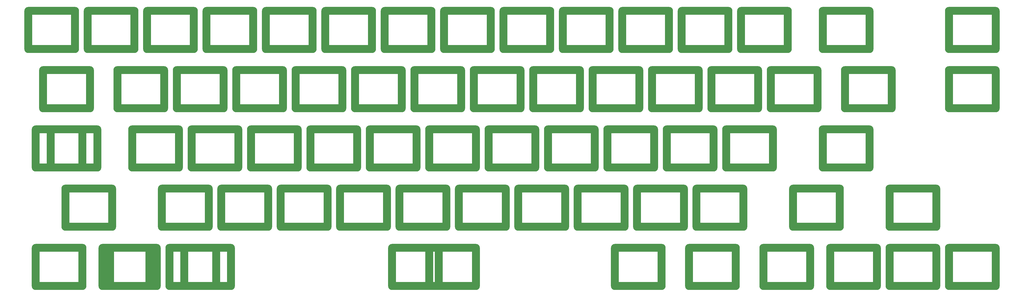
<source format=gbl>
G04 #@! TF.GenerationSoftware,KiCad,Pcbnew,(5.1.12)-1*
G04 #@! TF.CreationDate,2021-12-15T02:21:53-05:00*
G04 #@! TF.ProjectId,fc660a_plate,66633636-3061-45f7-906c-6174652e6b69,rev?*
G04 #@! TF.SameCoordinates,Original*
G04 #@! TF.FileFunction,Copper,L2,Bot*
G04 #@! TF.FilePolarity,Positive*
%FSLAX46Y46*%
G04 Gerber Fmt 4.6, Leading zero omitted, Abs format (unit mm)*
G04 Created by KiCad (PCBNEW (5.1.12)-1) date 2021-12-15 02:21:53*
%MOMM*%
%LPD*%
G01*
G04 APERTURE LIST*
G04 #@! TA.AperFunction,ComponentPad*
%ADD10O,17.500000X2.500000*%
G04 #@! TD*
G04 #@! TA.AperFunction,ComponentPad*
%ADD11O,2.500000X14.800000*%
G04 #@! TD*
G04 APERTURE END LIST*
D10*
X292893750Y-44250000D03*
X292893750Y-31950000D03*
D11*
X285393750Y-38100000D03*
X300393750Y-38100000D03*
X275868750Y-95250000D03*
X290868750Y-95250000D03*
D10*
X283368750Y-101400000D03*
X283368750Y-89100000D03*
D11*
X285393750Y-76200000D03*
X300393750Y-76200000D03*
D10*
X292893750Y-82350000D03*
X292893750Y-70050000D03*
D11*
X42506250Y-95250000D03*
X57506250Y-95250000D03*
D10*
X50006250Y-101400000D03*
X50006250Y-89100000D03*
X38100000Y-31950000D03*
X38100000Y-44250000D03*
D11*
X45600000Y-38100000D03*
X30600000Y-38100000D03*
D10*
X252412500Y-89100000D03*
X252412500Y-101400000D03*
D11*
X259912500Y-95250000D03*
X244912500Y-95250000D03*
D10*
X242887500Y-70050000D03*
X242887500Y-82350000D03*
D11*
X250387500Y-76200000D03*
X235387500Y-76200000D03*
D10*
X261937500Y-70050000D03*
X261937500Y-82350000D03*
D11*
X269437500Y-76200000D03*
X254437500Y-76200000D03*
D10*
X300037500Y-51000000D03*
X300037500Y-63300000D03*
D11*
X307537500Y-57150000D03*
X292537500Y-57150000D03*
D10*
X276225000Y-51000000D03*
X276225000Y-63300000D03*
D11*
X283725000Y-57150000D03*
X268725000Y-57150000D03*
D10*
X333375000Y-31950000D03*
X333375000Y-44250000D03*
D11*
X340875000Y-38100000D03*
X325875000Y-38100000D03*
D10*
X88106250Y-108150000D03*
X88106250Y-120450000D03*
D11*
X95606250Y-114300000D03*
X80606250Y-114300000D03*
D10*
X83343750Y-108150000D03*
X83343750Y-120450000D03*
D11*
X90843750Y-114300000D03*
X75843750Y-114300000D03*
D10*
X64293750Y-108150000D03*
X64293750Y-120450000D03*
D11*
X71793750Y-114300000D03*
X56793750Y-114300000D03*
D10*
X61912500Y-108150000D03*
X61912500Y-120450000D03*
D11*
X69412500Y-114300000D03*
X54412500Y-114300000D03*
D10*
X45243750Y-70050000D03*
X45243750Y-82350000D03*
D11*
X52743750Y-76200000D03*
X37743750Y-76200000D03*
D10*
X40481250Y-70050000D03*
X40481250Y-82350000D03*
D11*
X47981250Y-76200000D03*
X32981250Y-76200000D03*
D10*
X40481250Y-108150000D03*
X40481250Y-120450000D03*
D11*
X47981250Y-114300000D03*
X32981250Y-114300000D03*
D10*
X42862500Y-51000000D03*
X42862500Y-63300000D03*
D11*
X50362500Y-57150000D03*
X35362500Y-57150000D03*
D10*
X223837500Y-70050000D03*
X223837500Y-82350000D03*
D11*
X231337500Y-76200000D03*
X216337500Y-76200000D03*
D10*
X128587500Y-70050000D03*
X128587500Y-82350000D03*
D11*
X136087500Y-76200000D03*
X121087500Y-76200000D03*
D10*
X147637500Y-70050000D03*
X147637500Y-82350000D03*
D11*
X155137500Y-76200000D03*
X140137500Y-76200000D03*
D10*
X166687500Y-108150000D03*
X166687500Y-120450000D03*
D11*
X174187500Y-114300000D03*
X159187500Y-114300000D03*
D10*
X154781250Y-108150000D03*
X154781250Y-120450000D03*
D11*
X162281250Y-114300000D03*
X147281250Y-114300000D03*
D10*
X226218750Y-108150000D03*
X226218750Y-120450000D03*
D11*
X233718750Y-114300000D03*
X218718750Y-114300000D03*
D10*
X250031250Y-108150000D03*
X250031250Y-120450000D03*
D11*
X257531250Y-114300000D03*
X242531250Y-114300000D03*
D10*
X273843750Y-108150000D03*
X273843750Y-120450000D03*
D11*
X281343750Y-114300000D03*
X266343750Y-114300000D03*
D10*
X314325000Y-89100000D03*
X314325000Y-101400000D03*
D11*
X321825000Y-95250000D03*
X306825000Y-95250000D03*
D10*
X190500000Y-31950000D03*
X190500000Y-44250000D03*
D11*
X198000000Y-38100000D03*
X183000000Y-38100000D03*
D10*
X333375000Y-108150000D03*
X333375000Y-120450000D03*
D11*
X340875000Y-114300000D03*
X325875000Y-114300000D03*
D10*
X295275000Y-108150000D03*
X295275000Y-120450000D03*
D11*
X302775000Y-114300000D03*
X287775000Y-114300000D03*
D10*
X314325000Y-108150000D03*
X314325000Y-120450000D03*
D11*
X321825000Y-114300000D03*
X306825000Y-114300000D03*
D10*
X233362500Y-89100000D03*
X233362500Y-101400000D03*
D11*
X240862500Y-95250000D03*
X225862500Y-95250000D03*
D10*
X195262500Y-89100000D03*
X195262500Y-101400000D03*
D11*
X202762500Y-95250000D03*
X187762500Y-95250000D03*
D10*
X214312500Y-89100000D03*
X214312500Y-101400000D03*
D11*
X221812500Y-95250000D03*
X206812500Y-95250000D03*
D10*
X176212500Y-89100000D03*
X176212500Y-101400000D03*
D11*
X183712500Y-95250000D03*
X168712500Y-95250000D03*
D10*
X138112500Y-89100000D03*
X138112500Y-101400000D03*
D11*
X145612500Y-95250000D03*
X130612500Y-95250000D03*
D10*
X157162500Y-89100000D03*
X157162500Y-101400000D03*
D11*
X164662500Y-95250000D03*
X149662500Y-95250000D03*
D10*
X119062500Y-89100000D03*
X119062500Y-101400000D03*
D11*
X126562500Y-95250000D03*
X111562500Y-95250000D03*
D10*
X80962500Y-89100000D03*
X80962500Y-101400000D03*
D11*
X88462500Y-95250000D03*
X73462500Y-95250000D03*
D10*
X100012500Y-89100000D03*
X100012500Y-101400000D03*
D11*
X107512500Y-95250000D03*
X92512500Y-95250000D03*
D10*
X204787500Y-70050000D03*
X204787500Y-82350000D03*
D11*
X212287500Y-76200000D03*
X197287500Y-76200000D03*
D10*
X166687500Y-70050000D03*
X166687500Y-82350000D03*
D11*
X174187500Y-76200000D03*
X159187500Y-76200000D03*
D10*
X185737500Y-70050000D03*
X185737500Y-82350000D03*
D11*
X193237500Y-76200000D03*
X178237500Y-76200000D03*
D10*
X109537500Y-70050000D03*
X109537500Y-82350000D03*
D11*
X117037500Y-76200000D03*
X102037500Y-76200000D03*
D10*
X71437500Y-70050000D03*
X71437500Y-82350000D03*
D11*
X78937500Y-76200000D03*
X63937500Y-76200000D03*
D10*
X90487500Y-70050000D03*
X90487500Y-82350000D03*
D11*
X97987500Y-76200000D03*
X82987500Y-76200000D03*
D10*
X238125000Y-51000000D03*
X238125000Y-63300000D03*
D11*
X245625000Y-57150000D03*
X230625000Y-57150000D03*
D10*
X257175000Y-51000000D03*
X257175000Y-63300000D03*
D11*
X264675000Y-57150000D03*
X249675000Y-57150000D03*
D10*
X219075000Y-51000000D03*
X219075000Y-63300000D03*
D11*
X226575000Y-57150000D03*
X211575000Y-57150000D03*
D10*
X180975000Y-51000000D03*
X180975000Y-63300000D03*
D11*
X188475000Y-57150000D03*
X173475000Y-57150000D03*
D10*
X200025000Y-51000000D03*
X200025000Y-63300000D03*
D11*
X207525000Y-57150000D03*
X192525000Y-57150000D03*
D10*
X161925000Y-51000000D03*
X161925000Y-63300000D03*
D11*
X169425000Y-57150000D03*
X154425000Y-57150000D03*
D10*
X123825000Y-51000000D03*
X123825000Y-63300000D03*
D11*
X131325000Y-57150000D03*
X116325000Y-57150000D03*
D10*
X142875000Y-51000000D03*
X142875000Y-63300000D03*
D11*
X150375000Y-57150000D03*
X135375000Y-57150000D03*
D10*
X104775000Y-51000000D03*
X104775000Y-63300000D03*
D11*
X112275000Y-57150000D03*
X97275000Y-57150000D03*
D10*
X66675000Y-51000000D03*
X66675000Y-63300000D03*
D11*
X74175000Y-57150000D03*
X59175000Y-57150000D03*
D10*
X85725000Y-51000000D03*
X85725000Y-63300000D03*
D11*
X93225000Y-57150000D03*
X78225000Y-57150000D03*
D10*
X171450000Y-31950000D03*
X171450000Y-44250000D03*
D11*
X178950000Y-38100000D03*
X163950000Y-38100000D03*
D10*
X133350000Y-31950000D03*
X133350000Y-44250000D03*
D11*
X140850000Y-38100000D03*
X125850000Y-38100000D03*
D10*
X152400000Y-31950000D03*
X152400000Y-44250000D03*
D11*
X159900000Y-38100000D03*
X144900000Y-38100000D03*
D10*
X247650000Y-31950000D03*
X247650000Y-44250000D03*
D11*
X255150000Y-38100000D03*
X240150000Y-38100000D03*
D10*
X209550000Y-31950000D03*
X209550000Y-44250000D03*
D11*
X217050000Y-38100000D03*
X202050000Y-38100000D03*
D10*
X228600000Y-31950000D03*
X228600000Y-44250000D03*
D11*
X236100000Y-38100000D03*
X221100000Y-38100000D03*
D10*
X266700000Y-31950000D03*
X266700000Y-44250000D03*
D11*
X274200000Y-38100000D03*
X259200000Y-38100000D03*
D10*
X333375000Y-51000000D03*
X333375000Y-63300000D03*
D11*
X340875000Y-57150000D03*
X325875000Y-57150000D03*
D10*
X114300000Y-31950000D03*
X114300000Y-44250000D03*
D11*
X121800000Y-38100000D03*
X106800000Y-38100000D03*
D10*
X95250000Y-31950000D03*
X95250000Y-44250000D03*
D11*
X102750000Y-38100000D03*
X87750000Y-38100000D03*
D10*
X76200000Y-31950000D03*
X76200000Y-44250000D03*
D11*
X83700000Y-38100000D03*
X68700000Y-38100000D03*
D10*
X57150000Y-31950000D03*
X57150000Y-44250000D03*
D11*
X64650000Y-38100000D03*
X49650000Y-38100000D03*
M02*

</source>
